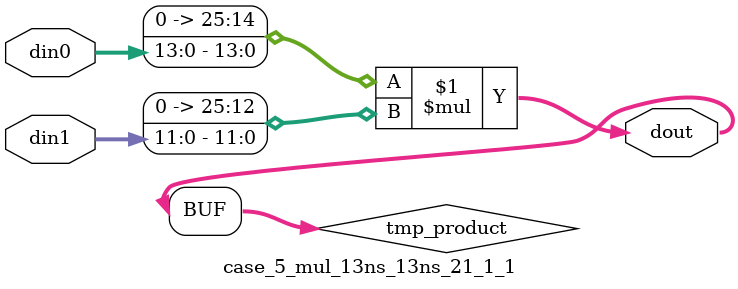
<source format=v>

`timescale 1 ns / 1 ps

 (* use_dsp = "no" *)  module case_5_mul_13ns_13ns_21_1_1(din0, din1, dout);
parameter ID = 1;
parameter NUM_STAGE = 0;
parameter din0_WIDTH = 14;
parameter din1_WIDTH = 12;
parameter dout_WIDTH = 26;

input [din0_WIDTH - 1 : 0] din0; 
input [din1_WIDTH - 1 : 0] din1; 
output [dout_WIDTH - 1 : 0] dout;

wire signed [dout_WIDTH - 1 : 0] tmp_product;
























assign tmp_product = $signed({1'b0, din0}) * $signed({1'b0, din1});











assign dout = tmp_product;





















endmodule

</source>
